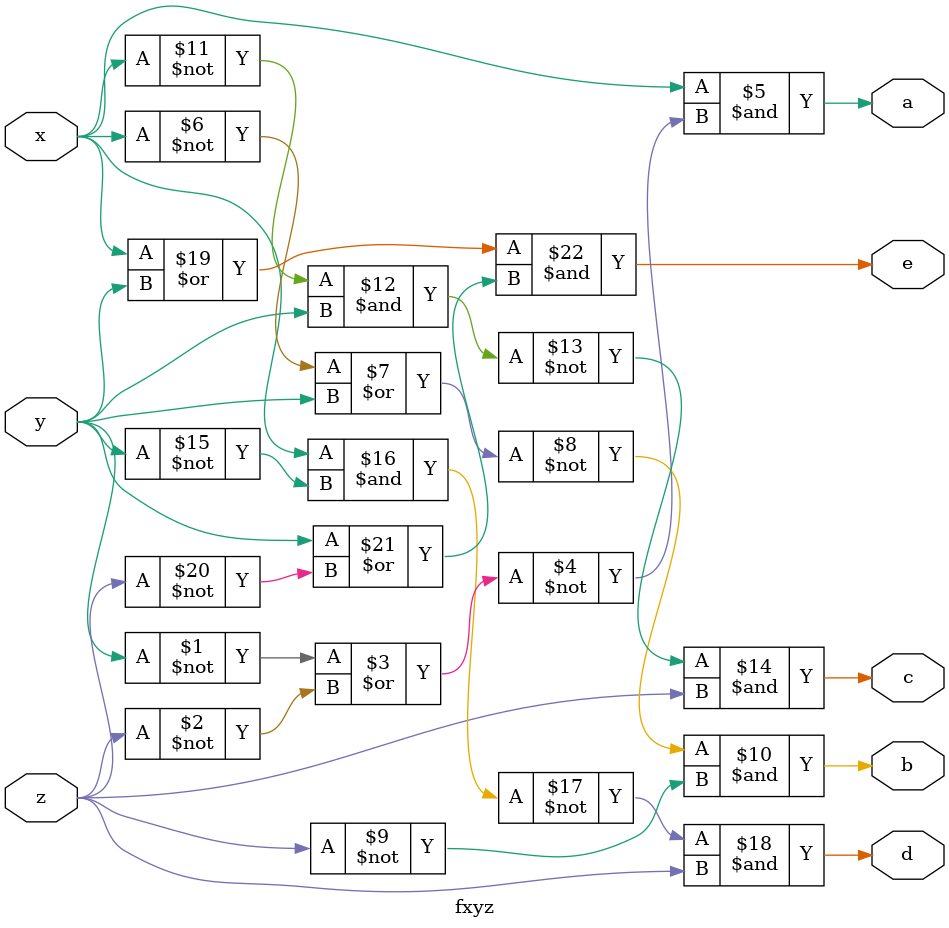
<source format=v>
module fxyz (output a, output b, output c, output d, output e, input x, y, z);
assign a = x & ~(~y | ~z);
assign b = ~(~x | y) & ~z;
assign c = ~(~x & y) & z;
assign d = ~(x & ~y) & z;
assign e = (x | y) & (y | ~z);

endmodule // fxyz

</source>
